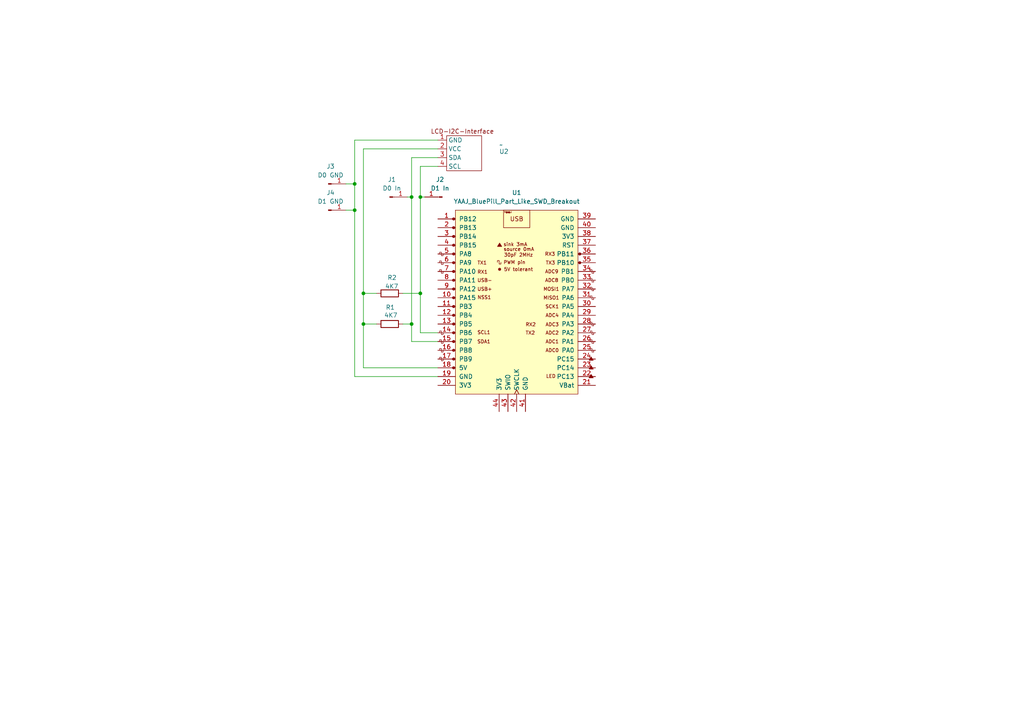
<source format=kicad_sch>
(kicad_sch (version 20231120) (generator "eeschema") (generator_version "8.0")
  (paper "A4")
  (lib_symbols
    (symbol "Connector:Conn_01x01_Pin" (pin_names (offset 1.016) hide)
      (property "Reference" "J" (at 0 2.54 0))
      (property "Value" "Conn_01x01_Pin" (at 0 -2.54 0))
      (symbol "Conn_01x01_Pin_1_1"
        (polyline (pts (xy 1.27 0) (xy 0.8636 0)) (stroke (width 0.1524)))
        (rectangle (start 0.8636 0.127) (end 0 -0.127) (stroke (width 0.1524)) (fill (type outline)))
        (pin passive line (at 5.08 0 180) (length 3.81) (name "Pin_1") (number "1"))
      )
    )
    (symbol "Device:R" (pin_numbers hide) (pin_names (offset 0))
      (property "Reference" "R" (at 2.032 0 90))
      (property "Value" "R" (at 0 0 90))
      (symbol "R_0_1"
        (rectangle (start -1.016 -2.54) (end 1.016 2.54) (stroke (width 0.254)))
      )
      (symbol "R_1_1"
        (pin passive line (at 0 3.81 270) (length 1.27) (name "~") (number "1"))
        (pin passive line (at 0 -3.81 90) (length 1.27) (name "~") (number "2"))
      )
    )
    (symbol "Josh_Symbol:LCD-1602-I2C"
      (property "Reference" "U" (at -3.556 3.302 0))
      (symbol "LCD-1602-I2C_0_1"
        (rectangle (start -8.89 0) (end 1.27 -10.16))
      )
      (symbol "LCD-1602-I2C_1_1"
        (text "LCD-I2C-Interface" (at -3.302 1.27 0) (effects (font (size 1.27 1.27))))
        (pin input line (at 3.81 -1.27 180) (length 2.54) (name "GND") (number "1"))
        (pin power_in line (at 3.81 -3.81 180) (length 2.54) (name "VCC") (number "2"))
        (pin bidirectional line (at 3.81 -6.35 180) (length 2.54) (name "SDA") (number "3"))
        (pin input line (at 3.81 -8.89 180) (length 2.54) (name "SCL") (number "4"))
      )
    )
    (symbol "YAAJ_BluePill_Part_Like_SWD_Breakout:YAAJ_BluePill_Part_Like_SWD_Breakout" (pin_names (offset 1.016))
      (property "Reference" "U" (at -15.24 27.94 0))
      (property "Value" "YAAJ_BluePill_Part_Like_SWD_Breakout" (at 20.32 27.94 0))
      (symbol "YAAJ_BluePill_Part_Like_SWD_Breakout_0_0"
        (circle (center -18.288 -20.32) (radius 0.3556) (fill (type outline)))
        (circle (center -18.288 -17.78) (radius 0.3556) (fill (type outline)))
        (circle (center -18.288 -15.24) (radius 0.3556) (fill (type outline)))
        (circle (center -18.288 -12.7) (radius 0.3556) (fill (type outline)))
        (circle (center -18.288 -10.16) (radius 0.3556) (fill (type outline)))
        (circle (center -18.288 -7.62) (radius 0.3556) (fill (type outline)))
        (circle (center -18.288 -5.08) (radius 0.3556) (fill (type outline)))
        (circle (center -18.288 -2.54) (radius 0.3556) (fill (type outline)))
        (circle (center -18.288 0) (radius 0.3556) (fill (type outline)))
        (circle (center -18.288 2.54) (radius 0.3556) (fill (type outline)))
        (circle (center -18.288 5.08) (radius 0.3556) (fill (type outline)))
        (circle (center -18.288 7.62) (radius 0.3556) (fill (type outline)))
        (circle (center -18.288 10.16) (radius 0.3556) (fill (type outline)))
        (circle (center -18.288 12.7) (radius 0.3556) (fill (type outline)))
        (circle (center -18.288 15.24) (radius 0.3556) (fill (type outline)))
        (circle (center -18.288 17.78) (radius 0.3556) (fill (type outline)))
        (circle (center -18.288 22.86) (radius 0.3556) (fill (type outline)))
        (circle (center -4.953 8.255) (radius 0.127) (fill (type outline)))
        (circle (center -4.953 8.255) (radius 0.254))
        (circle (center -4.953 8.255) (radius 0.3556))
        (polyline (pts (xy -5.588 14.859) (xy -4.953 15.875) (xy -4.318 14.859) (xy -5.588 14.859) (xy -4.953 15.748) (xy -4.445 14.859) (xy -5.461 14.986) (xy -4.953 15.621) (xy -4.572 14.859) (xy -5.334 15.113) (xy -4.826 15.494) (xy -4.699 14.859) (xy -5.207 15.24) (xy -4.699 15.367) (xy -4.826 14.986) (xy -5.08 15.24) (xy -4.826 15.113) (xy -4.953 15.367)))
        (polyline (pts (xy 20.955 -23.241) (xy 21.59 -22.225) (xy 22.225 -23.241) (xy 20.955 -23.241) (xy 21.59 -22.352) (xy 22.098 -23.241) (xy 21.082 -23.114) (xy 21.59 -22.479) (xy 21.971 -23.241) (xy 21.209 -22.987) (xy 21.717 -22.606) (xy 21.844 -23.241) (xy 21.336 -22.86) (xy 21.844 -22.733) (xy 21.717 -23.114) (xy 21.463 -22.86) (xy 21.717 -22.987) (xy 21.59 -22.733)))
        (polyline (pts (xy 20.955 -20.701) (xy 21.59 -19.685) (xy 22.225 -20.701) (xy 20.955 -20.701) (xy 21.59 -19.812) (xy 22.098 -20.701) (xy 21.082 -20.574) (xy 21.59 -19.939) (xy 21.971 -20.701) (xy 21.209 -20.447) (xy 21.717 -20.066) (xy 21.844 -20.701) (xy 21.336 -20.32) (xy 21.844 -20.193) (xy 21.717 -20.574) (xy 21.463 -20.32) (xy 21.717 -20.447) (xy 21.59 -20.193)))
        (polyline (pts (xy 20.955 -18.161) (xy 21.59 -17.145) (xy 22.225 -18.161) (xy 20.955 -18.161) (xy 21.59 -17.272) (xy 22.098 -18.161) (xy 21.082 -18.034) (xy 21.59 -17.399) (xy 21.971 -18.161) (xy 21.209 -17.907) (xy 21.717 -17.526) (xy 21.844 -18.161) (xy 21.336 -17.78) (xy 21.844 -17.653) (xy 21.717 -18.034) (xy 21.463 -17.78) (xy 21.717 -17.907) (xy 21.59 -17.653)))
        (circle (center 18.288 10.16) (radius 0.254) (fill (type outline)))
        (circle (center 18.288 10.16) (radius 0.3556))
        (circle (center 18.288 12.7) (radius 0.254) (fill (type outline)))
        (circle (center 18.288 12.7) (radius 0.3556))
        (text "30pF 2MHz" (at 0.508 12.446 0) (effects (font (size 0.9906 0.9906))))
        (text "5V tolerant" (at 0.508 8.255 0) (effects (font (size 0.9906 0.9906))))
        (text "ADC0" (at 10.287 -15.24 0) (effects (font (size 0.9906 0.9906))))
        (text "ADC1" (at 10.287 -12.7 0) (effects (font (size 0.9906 0.9906))))
        (text "ADC2" (at 10.287 -10.16 0) (effects (font (size 0.9906 0.9906))))
        (text "ADC3" (at 10.287 -7.747 0) (effects (font (size 0.9906 0.9906))))
        (text "ADC4" (at 10.287 -5.08 0) (effects (font (size 0.9906 0.9906))))
        (text "ADC8" (at 10.16 5.08 0) (effects (font (size 0.9906 0.9906))))
        (text "ADC9" (at 10.16 7.62 0) (effects (font (size 0.9906 0.9906))))
        (text "LED" (at 9.906 -22.733 0) (effects (font (size 0.9906 0.9906))))
        (text "MISO1" (at 10.033 0 0) (effects (font (size 0.9906 0.9906))))
        (text "MOSI1" (at 10.033 2.54 0) (effects (font (size 0.9906 0.9906))))
        (text "NSS1" (at -9.398 0.127 0) (effects (font (size 0.9906 0.9906))))
        (text "PWM pin" (at -0.635 10.287 0) (effects (font (size 0.9906 0.9906))))
        (text "RX1" (at -9.906 7.493 0) (effects (font (size 0.9906 0.9906))))
        (text "RX2" (at 4.064 -7.747 0) (effects (font (size 0.9906 0.9906))))
        (text "RX3" (at 9.652 12.7 0) (effects (font (size 0.9906 0.9906))))
        (text "SCK1" (at 10.287 -2.54 0) (effects (font (size 0.9906 0.9906))))
        (text "SCL1" (at -9.525 -10.033 0) (effects (font (size 0.9906 0.9906))))
        (text "SDA1" (at -9.525 -12.7 0) (effects (font (size 0.9906 0.9906))))
        (text "sink 3mA" (at -0.381 15.494 0) (effects (font (size 0.9906 0.9906))))
        (text "source 0mA" (at 0.635 14.097 0) (effects (font (size 0.9906 0.9906))))
        (text "TX1" (at -10.033 10.16 0) (effects (font (size 0.9906 0.9906))))
        (text "TX2" (at 3.937 -10.16 0) (effects (font (size 0.9906 0.9906))))
        (text "TX3" (at 9.779 10.16 0) (effects (font (size 0.9906 0.9906))))
        (text "USB" (at 0 22.86 0) (effects (font (size 1.27 1.27))))
        (text "USB+" (at -9.271 2.54 0) (effects (font (size 0.9906 0.9906))))
        (text "USB-" (at -9.271 5.08 0) (effects (font (size 0.9906 0.9906))))
        (text "Y@@J" (at -2.5654 24.8412 0) (effects (font (size 0.508 0.508))))
      )
      (symbol "YAAJ_BluePill_Part_Like_SWD_Breakout_0_1"
        (rectangle (start -17.78 25.4) (end 17.78 -27.94) (fill (type background)))
        (polyline (pts (xy -21.336 -17.78) (xy -21.336 -18.288) (xy -21.844 -18.288) (xy -21.844 -17.272) (xy -22.352 -17.272) (xy -22.352 -17.78)))
        (polyline (pts (xy -21.336 -15.24) (xy -21.336 -15.748) (xy -21.844 -15.748) (xy -21.844 -14.732) (xy -22.352 -14.732) (xy -22.352 -15.24)))
        (polyline (pts (xy -21.336 -12.7) (xy -21.336 -13.208) (xy -21.844 -13.208) (xy -21.844 -12.192) (xy -22.352 -12.192) (xy -22.352 -12.7)))
        (polyline (pts (xy -21.336 -10.16) (xy -21.336 -10.668) (xy -21.844 -10.668) (xy -21.844 -9.652) (xy -22.352 -9.652) (xy -22.352 -10.16)))
        (polyline (pts (xy -21.336 7.62) (xy -21.336 7.112) (xy -21.844 7.112) (xy -21.844 8.128) (xy -22.352 8.128) (xy -22.352 7.62)))
        (polyline (pts (xy -21.336 10.16) (xy -21.336 9.652) (xy -21.844 9.652) (xy -21.844 10.668) (xy -22.352 10.668) (xy -22.352 10.16)))
        (polyline (pts (xy -21.336 12.7) (xy -21.336 12.192) (xy -21.844 12.192) (xy -21.844 13.208) (xy -22.352 13.208) (xy -22.352 12.7)))
        (polyline (pts (xy -4.572 10.287) (xy -4.572 9.779) (xy -5.08 9.779) (xy -5.08 10.795) (xy -5.588 10.795) (xy -5.588 10.287)))
        (polyline (pts (xy 22.352 -15.24) (xy 22.352 -15.748) (xy 21.844 -15.748) (xy 21.844 -14.732) (xy 21.336 -14.732) (xy 21.336 -15.24)))
        (polyline (pts (xy 22.352 -12.7) (xy 22.352 -13.208) (xy 21.844 -13.208) (xy 21.844 -12.192) (xy 21.336 -12.192) (xy 21.336 -12.7)))
        (polyline (pts (xy 22.352 -10.16) (xy 22.352 -10.668) (xy 21.844 -10.668) (xy 21.844 -9.652) (xy 21.336 -9.652) (xy 21.336 -10.16)))
        (polyline (pts (xy 22.352 -7.62) (xy 22.352 -8.128) (xy 21.844 -8.128) (xy 21.844 -7.112) (xy 21.336 -7.112) (xy 21.336 -7.62)))
        (polyline (pts (xy 22.352 0) (xy 22.352 -0.508) (xy 21.844 -0.508) (xy 21.844 0.508) (xy 21.336 0.508) (xy 21.336 0)))
        (polyline (pts (xy 22.352 2.54) (xy 22.352 2.032) (xy 21.844 2.032) (xy 21.844 3.048) (xy 21.336 3.048) (xy 21.336 2.54)))
        (polyline (pts (xy 22.352 5.08) (xy 22.352 4.572) (xy 21.844 4.572) (xy 21.844 5.588) (xy 21.336 5.588) (xy 21.336 5.08)))
        (polyline (pts (xy 22.352 7.62) (xy 22.352 7.112) (xy 21.844 7.112) (xy 21.844 8.128) (xy 21.336 8.128) (xy 21.336 7.62)))
        (rectangle (start 3.81 25.4) (end -3.81 20.32))
      )
      (symbol "YAAJ_BluePill_Part_Like_SWD_Breakout_1_1"
        (circle (center -18.288 20.32) (radius 0.3556) (fill (type outline)))
        (pin bidirectional line (at -22.86 22.86 0) (length 5.08) (name "PB12") (number "1"))
        (pin bidirectional line (at -22.86 0 0) (length 5.08) (name "PA15") (number "10"))
        (pin bidirectional line (at -22.86 -2.54 0) (length 5.08) (name "PB3") (number "11"))
        (pin bidirectional line (at -22.86 -5.08 0) (length 5.08) (name "PB4") (number "12"))
        (pin bidirectional line (at -22.86 -7.62 0) (length 5.08) (name "PB5") (number "13"))
        (pin bidirectional line (at -22.86 -10.16 0) (length 5.08) (name "PB6") (number "14"))
        (pin bidirectional line (at -22.86 -12.7 0) (length 5.08) (name "PB7") (number "15"))
        (pin bidirectional line (at -22.86 -15.24 0) (length 5.08) (name "PB8") (number "16"))
        (pin bidirectional line (at -22.86 -17.78 0) (length 5.08) (name "PB9") (number "17"))
        (pin power_in line (at -22.86 -20.32 0) (length 5.08) (name "5V") (number "18"))
        (pin power_in line (at -22.86 -22.86 0) (length 5.08) (name "GND") (number "19"))
        (pin bidirectional line (at -22.86 20.32 0) (length 5.08) (name "PB13") (number "2"))
        (pin power_in line (at -22.86 -25.4 0) (length 5.08) (name "3V3") (number "20"))
        (pin power_in line (at 22.86 -25.4 180) (length 5.08) (name "VBat") (number "21"))
        (pin bidirectional line (at 22.86 -22.86 180) (length 5.08) (name "PC13") (number "22"))
        (pin bidirectional line (at 22.86 -20.32 180) (length 5.08) (name "PC14") (number "23"))
        (pin bidirectional line (at 22.86 -17.78 180) (length 5.08) (name "PC15") (number "24"))
        (pin bidirectional line (at 22.86 -15.24 180) (length 5.08) (name "PA0") (number "25"))
        (pin bidirectional line (at 22.86 -12.7 180) (length 5.08) (name "PA1") (number "26"))
        (pin bidirectional line (at 22.86 -10.16 180) (length 5.08) (name "PA2") (number "27"))
        (pin bidirectional line (at 22.86 -7.62 180) (length 5.08) (name "PA3") (number "28"))
        (pin bidirectional line (at 22.86 -5.08 180) (length 5.08) (name "PA4") (number "29"))
        (pin bidirectional line (at -22.86 17.78 0) (length 5.08) (name "PB14") (number "3"))
        (pin bidirectional line (at 22.86 -2.54 180) (length 5.08) (name "PA5") (number "30"))
        (pin bidirectional line (at 22.86 0 180) (length 5.08) (name "PA6") (number "31"))
        (pin bidirectional line (at 22.86 2.54 180) (length 5.08) (name "PA7") (number "32"))
        (pin bidirectional line (at 22.86 5.08 180) (length 5.08) (name "PB0") (number "33"))
        (pin bidirectional line (at 22.86 7.62 180) (length 5.08) (name "PB1") (number "34"))
        (pin bidirectional line (at 22.86 10.16 180) (length 5.08) (name "PB10") (number "35"))
        (pin bidirectional line (at 22.86 12.7 180) (length 5.08) (name "PB11") (number "36"))
        (pin input line (at 22.86 15.24 180) (length 5.08) (name "RST") (number "37"))
        (pin power_in line (at 22.86 17.78 180) (length 5.08) (name "3V3") (number "38"))
        (pin power_in line (at 22.86 22.86 180) (length 5.08) (name "GND") (number "39"))
        (pin bidirectional line (at -22.86 15.24 0) (length 5.08) (name "PB15") (number "4"))
        (pin power_in line (at 22.86 20.32 180) (length 5.08) (name "GND") (number "40"))
        (pin power_in line (at 2.54 -33.02 90) (length 5.08) (name "GND") (number "41"))
        (pin bidirectional clock (at 0 -33.02 90) (length 5.08) (name "SWCLK") (number "42"))
        (pin bidirectional line (at -2.54 -33.02 90) (length 5.08) (name "SWIO") (number "43"))
        (pin power_in line (at -5.08 -33.02 90) (length 5.08) (name "3V3") (number "44"))
        (pin bidirectional line (at -22.86 12.7 0) (length 5.08) (name "PA8") (number "5"))
        (pin bidirectional line (at -22.86 10.16 0) (length 5.08) (name "PA9") (number "6"))
        (pin bidirectional line (at -22.86 7.62 0) (length 5.08) (name "PA10") (number "7"))
        (pin bidirectional line (at -22.86 5.08 0) (length 5.08) (name "PA11") (number "8"))
        (pin bidirectional line (at -22.86 2.54 0) (length 5.08) (name "PA12") (number "9"))
      )
    )
  )
  (junction (at 105.41 85.09))
  (junction (at 119.38 57.15))
  (junction (at 121.92 57.15))
  (junction (at 121.92 85.09))
  (junction (at 102.87 60.96))
  (junction (at 105.41 93.98))
  (junction (at 102.87 53.34))
  (junction (at 119.38 93.98))
  (wire (pts (xy 121.92 57.15) (xy 121.92 48.26)))
  (wire (pts (xy 105.41 106.68) (xy 105.41 93.98)))
  (wire (pts (xy 105.41 93.98) (xy 109.22 93.98)))
  (wire (pts (xy 119.38 99.06) (xy 119.38 93.98)))
  (wire (pts (xy 121.92 57.15) (xy 123.19 57.15)))
  (wire (pts (xy 116.84 85.09) (xy 121.92 85.09)))
  (wire (pts (xy 105.41 93.98) (xy 105.41 85.09)))
  (wire (pts (xy 121.92 85.09) (xy 121.92 57.15)))
  (wire (pts (xy 121.92 48.26) (xy 127 48.26)))
  (wire (pts (xy 127 106.68) (xy 105.41 106.68)))
  (wire (pts (xy 127 109.22) (xy 102.87 109.22)))
  (wire (pts (xy 105.41 43.18) (xy 127 43.18)))
  (wire (pts (xy 127 96.52) (xy 121.92 96.52)))
  (wire (pts (xy 119.38 93.98) (xy 119.38 57.15)))
  (wire (pts (xy 102.87 109.22) (xy 102.87 60.96)))
  (wire (pts (xy 102.87 53.34) (xy 102.87 40.64)))
  (wire (pts (xy 105.41 85.09) (xy 105.41 43.18)))
  (wire (pts (xy 105.41 85.09) (xy 109.22 85.09)))
  (wire (pts (xy 100.33 60.96) (xy 102.87 60.96)))
  (wire (pts (xy 102.87 60.96) (xy 102.87 53.34)))
  (wire (pts (xy 121.92 96.52) (xy 121.92 85.09)))
  (wire (pts (xy 100.33 53.34) (xy 102.87 53.34)))
  (wire (pts (xy 118.11 57.15) (xy 119.38 57.15)))
  (wire (pts (xy 119.38 45.72) (xy 127 45.72)))
  (wire (pts (xy 102.87 40.64) (xy 127 40.64)))
  (wire (pts (xy 116.84 93.98) (xy 119.38 93.98)))
  (wire (pts (xy 127 99.06) (xy 119.38 99.06)))
  (wire (pts (xy 119.38 57.15) (xy 119.38 45.72)))
  (symbol (lib_id "Connector:Conn_01x01_Pin") (at 95.25 60.96 0) (unit 1)
    (property "Reference" "J4" (at 95.885 55.88 0))
    (property "Value" "D1 GND" (at 95.885 58.42 0))
    (property "Description" "Generic connector, single row, 01x01, script generated" (effects (hide yes)))
  )
  (symbol (lib_id "Device:R") (at 113.03 93.98 90) (unit 1)
    (property "Reference" "R1" (at 114.554 89.154 90) (effects (justify left)))
    (property "Value" "4K7" (at 115.316 91.44 90) (effects (justify left)))
    (property "Description" "Resistor" (effects (hide yes)))
  )
  (symbol (lib_id "Device:R") (at 113.03 85.09 90) (unit 1)
    (property "Reference" "R2" (at 115.062 80.518 90) (effects (justify left)))
    (property "Value" "4K7" (at 115.57 83.058 90) (effects (justify left)))
    (property "Description" "Resistor" (effects (hide yes)))
  )
  (symbol (lib_id "Connector:Conn_01x01_Pin") (at 95.25 53.34 0) (unit 1)
    (property "Reference" "J3" (at 95.885 48.26 0))
    (property "Value" "D0 GND" (at 95.885 50.8 0))
    (property "Description" "Generic connector, single row, 01x01, script generated" (effects (hide yes)))
  )
  (symbol (lib_id "Josh_Symbol:LCD-1602-I2C") (at 130.81 39.37 0) (mirror y) (unit 1)
    (property "Reference" "U2" (at 144.78 43.9393 0) (effects (justify right)))
    (property "Value" "~" (at 144.78 42.0342 0) (effects (justify right)))
  )
  (symbol (lib_id "Connector:Conn_01x01_Pin") (at 128.27 57.15 180) (unit 1)
    (property "Reference" "J2" (at 127.635 52.07 0))
    (property "Value" "D1 In" (at 127.635 54.61 0))
    (property "Description" "Generic connector, single row, 01x01, script generated" (effects (hide yes)))
  )
  (symbol (lib_id "YAAJ_BluePill_Part_Like_SWD_Breakout:YAAJ_BluePill_Part_Like_SWD_Breakout") (at 149.86 86.36 0) (unit 1)
    (property "Reference" "U1" (at 149.86 55.88 0))
    (property "Value" "YAAJ_BluePill_Part_Like_SWD_Breakout" (at 149.86 58.42 0))
    (property "Description" "STM32 Blue Pill ; not KLC compliant ; SWD broken out" (effects (hide yes)))
  )
  (symbol (lib_id "Connector:Conn_01x01_Pin") (at 113.03 57.15 0) (unit 1)
    (property "Reference" "J1" (at 113.665 52.07 0))
    (property "Value" "D0 In" (at 113.665 54.61 0))
    (property "Description" "Generic connector, single row, 01x01, script generated" (effects (hide yes)))
  )
)
</source>
